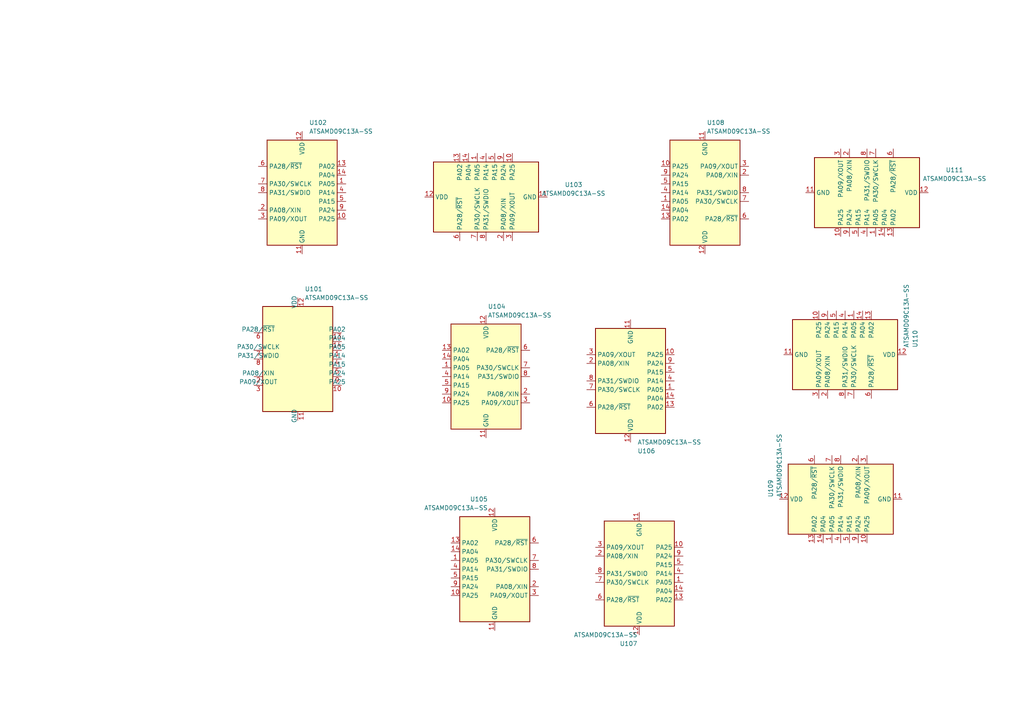
<source format=kicad_sch>
(kicad_sch (version 20211123) (generator eeschema)
  (paper "A4")
  (lib_symbols
    (symbol "ATSAMD09C13A-SS_1" (pin_names (offset 0))
      (property "Reference" "U?" (at 2.0194 20.32 0))
      (property "Value" "ATSAMD09C13A-SS_1" (at 2.0194 17.78 0))
      (symbol "ATSAMD09C13A-SS_1_0_1"
        (rectangle (start -10.16 15.24) (end 10.16 -15.24) (stroke (width 0.254)) (fill (type background)))
      )
      (symbol "ATSAMD09C13A-SS_1_1_1"
        (pin bidirectional line (at 12.7 2.54 180) (length 2.54) (name "PA05") (number "1"))
        (pin bidirectional line (at 12.7 -7.62 180) (length 2.54) (name "PA25") (number "10"))
        (pin power_in line (at 0 -17.78 90) (length 2.54) (name "GND") (number "11"))
        (pin power_in line (at 0 17.78 270) (length 2.54) (name "VDD") (number "12"))
        (pin bidirectional line (at 12.7 7.62 180) (length 2.54) (name "PA02") (number "13"))
        (pin bidirectional line (at 12.7 5.08 180) (length 2.54) (name "PA04") (number "14"))
        (pin bidirectional line (at -12.7 -5.08 0) (length 2.54) (name "PA08/XIN") (number "2"))
        (pin bidirectional line (at -12.7 -7.62 0) (length 2.54) (name "PA09/XOUT") (number "3"))
        (pin bidirectional line (at 12.7 0 180) (length 2.54) (name "PA14") (number "4"))
        (pin bidirectional line (at 12.7 -2.54 180) (length 2.54) (name "PA15") (number "5"))
        (pin bidirectional line (at -12.7 7.62 0) (length 2.54) (name "PA28/~{RST}") (number "6"))
        (pin bidirectional line (at -12.7 2.54 0) (length 2.54) (name "PA30/SWCLK") (number "7"))
        (pin bidirectional line (at -12.7 0 0) (length 2.54) (name "PA31/SWDIO") (number "8"))
        (pin bidirectional line (at 12.7 -5.08 180) (length 2.54) (name "PA24") (number "9"))
      )
    )
    (symbol "MCU_Microchip_SAMD:ATSAMD09C13A-SS"
      (property "Reference" "U" (at -10.16 16.51 0))
      (property "Value" "ATSAMD09C13A-SS" (at 1.27 16.51 0))
      (symbol "ATSAMD09C13A-SS_0_1"
        (rectangle (start -10.16 15.24) (end 10.16 -15.24) (stroke (width 0.254)) (fill (type background)))
      )
      (symbol "ATSAMD09C13A-SS_1_1"
        (pin bidirectional line (at 12.7 2.54 180) (length 2.54) (name "PA05") (number "1"))
        (pin bidirectional line (at 12.7 -7.62 180) (length 2.54) (name "PA25") (number "10"))
        (pin power_in line (at 0 -17.78 90) (length 2.54) (name "GND") (number "11"))
        (pin power_in line (at 0 17.78 270) (length 2.54) (name "VDD") (number "12"))
        (pin bidirectional line (at 12.7 7.62 180) (length 2.54) (name "PA02") (number "13"))
        (pin bidirectional line (at 12.7 5.08 180) (length 2.54) (name "PA04") (number "14"))
        (pin bidirectional line (at -12.7 -5.08 0) (length 2.54) (name "PA08/XIN") (number "2"))
        (pin bidirectional line (at -12.7 -7.62 0) (length 2.54) (name "PA09/XOUT") (number "3"))
        (pin bidirectional line (at 12.7 0 180) (length 2.54) (name "PA14") (number "4"))
        (pin bidirectional line (at 12.7 -2.54 180) (length 2.54) (name "PA15") (number "5"))
        (pin bidirectional line (at -12.7 7.62 0) (length 2.54) (name "PA28/~{RST}") (number "6"))
        (pin bidirectional line (at -12.7 2.54 0) (length 2.54) (name "PA30/SWCLK") (number "7"))
        (pin bidirectional line (at -12.7 0 0) (length 2.54) (name "PA31/SWDIO") (number "8"))
        (pin bidirectional line (at 12.7 -5.08 180) (length 2.54) (name "PA24") (number "9"))
      )
    )
  )
  (symbol (lib_id "MCU_Microchip_SAMD:ATSAMD09C13A-SS") (at 140.97 109.22 0) (mirror y) (unit 1)
    (property "Reference" "U104" (at 141.4906 88.9 0) (effects (justify right)))
    (property "Value" "ATSAMD09C13A-SS" (at 141.4906 91.44 0) (effects (justify right)))
    (property "Footprint" "Package_SO:SOIC-14_3.9x8.7mm_P1.27mm" (effects hide))
    (property "Datasheet" "http://ww1.microchip.com/downloads/en/DeviceDoc/Atmel-42414-SAM-D09_Datasheet.pdf" (effects hide))
  )
  (symbol (lib_id "MCU_Microchip_SAMD:ATSAMD09C13A-SS") (at 87.63 55.88 0) (unit 1)
    (property "Reference" "U102" (at 89.6494 35.56 0) (effects (justify left)))
    (property "Value" "ATSAMD09C13A-SS" (at 89.6494 38.1 0) (effects (justify left)))
    (property "Footprint" "Package_SO:SOIC-14_3.9x8.7mm_P1.27mm" (effects hide))
    (property "Datasheet" "http://ww1.microchip.com/downloads/en/DeviceDoc/Atmel-42414-SAM-D09_Datasheet.pdf" (effects hide))
  )
  (symbol (lib_id "MCU_Microchip_SAMD:ATSAMD09C13A-SS") (at 140.97 57.15 90) (unit 1)
    (property "Reference" "U103" (at 166.37 53.5686 90))
    (property "Value" "ATSAMD09C13A-SS" (at 166.37 56.1086 90))
    (property "Footprint" "Package_SO:SOIC-14_3.9x8.7mm_P1.27mm" (effects hide))
    (property "Datasheet" "http://ww1.microchip.com/downloads/en/DeviceDoc/Atmel-42414-SAM-D09_Datasheet.pdf" (effects hide))
  )
  (symbol (lib_id "MCU_Microchip_SAMD:ATSAMD09C13A-SS") (at 243.84 144.78 90) (mirror x) (unit 1)
    (property "Reference" "U109" (at 223.52 144.2594 0) (effects (justify right)))
    (property "Value" "ATSAMD09C13A-SS" (at 226.06 144.2594 0) (effects (justify right)))
    (property "Footprint" "Package_SO:SOIC-14_3.9x8.7mm_P1.27mm" (effects hide))
    (property "Datasheet" "http://ww1.microchip.com/downloads/en/DeviceDoc/Atmel-42414-SAM-D09_Datasheet.pdf" (effects hide))
  )
  (symbol (lib_id "MCU_Microchip_SAMD:ATSAMD09C13A-SS") (at 245.11 102.87 270) (mirror x) (unit 1)
    (property "Reference" "U110" (at 265.43 100.8506 0) (effects (justify left)))
    (property "Value" "ATSAMD09C13A-SS" (at 262.89 100.8506 0) (effects (justify left)))
    (property "Footprint" "Package_SO:SOIC-14_3.9x8.7mm_P1.27mm" (effects hide))
    (property "Datasheet" "http://ww1.microchip.com/downloads/en/DeviceDoc/Atmel-42414-SAM-D09_Datasheet.pdf" (effects hide))
  )
  (symbol (lib_id "MCU_Microchip_SAMD:ATSAMD09C13A-SS") (at 204.47 55.88 180) (unit 1)
    (property "Reference" "U108" (at 204.9906 35.56 0) (effects (justify right)))
    (property "Value" "ATSAMD09C13A-SS" (at 204.9906 38.1 0) (effects (justify right)))
    (property "Footprint" "Package_SO:SOIC-14_3.9x8.7mm_P1.27mm" (effects hide))
    (property "Datasheet" "http://ww1.microchip.com/downloads/en/DeviceDoc/Atmel-42414-SAM-D09_Datasheet.pdf" (effects hide))
  )
  (symbol (lib_name "ATSAMD09C13A-SS_1") (lib_id "MCU_Microchip_SAMD:ATSAMD09C13A-SS") (at 86.36 104.14 0) (unit 1)
    (property "Reference" "U101" (at 88.3794 83.82 0) (effects (justify left)))
    (property "Value" "ATSAMD09C13A-SS" (at 88.3794 86.36 0) (effects (justify left)))
    (property "Footprint" "Package_SO:SOIC-14_3.9x8.7mm_P1.27mm" (effects hide))
    (property "Datasheet" "http://ww1.microchip.com/downloads/en/DeviceDoc/Atmel-42414-SAM-D09_Datasheet.pdf" (effects hide))
  )
  (symbol (lib_id "MCU_Microchip_SAMD:ATSAMD09C13A-SS") (at 182.88 110.49 0) (mirror x) (unit 1)
    (property "Reference" "U106" (at 184.8994 130.81 0) (effects (justify left)))
    (property "Value" "ATSAMD09C13A-SS" (at 184.8994 128.27 0) (effects (justify left)))
    (property "Footprint" "Package_SO:SOIC-14_3.9x8.7mm_P1.27mm" (effects hide))
    (property "Datasheet" "http://ww1.microchip.com/downloads/en/DeviceDoc/Atmel-42414-SAM-D09_Datasheet.pdf" (effects hide))
  )
  (symbol (lib_id "MCU_Microchip_SAMD:ATSAMD09C13A-SS") (at 185.42 166.37 0) (mirror x) (unit 1)
    (property "Reference" "U107" (at 184.8994 186.69 0) (effects (justify right)))
    (property "Value" "ATSAMD09C13A-SS" (at 184.8994 184.15 0) (effects (justify right)))
    (property "Footprint" "Package_SO:SOIC-14_3.9x8.7mm_P1.27mm" (effects hide))
    (property "Datasheet" "http://ww1.microchip.com/downloads/en/DeviceDoc/Atmel-42414-SAM-D09_Datasheet.pdf" (effects hide))
  )
  (symbol (lib_id "MCU_Microchip_SAMD:ATSAMD09C13A-SS") (at 143.51 165.1 0) (mirror y) (unit 1)
    (property "Reference" "U105" (at 141.4906 144.78 0) (effects (justify left)))
    (property "Value" "ATSAMD09C13A-SS" (at 141.4906 147.32 0) (effects (justify left)))
    (property "Footprint" "Package_SO:SOIC-14_3.9x8.7mm_P1.27mm" (effects hide))
    (property "Datasheet" "http://ww1.microchip.com/downloads/en/DeviceDoc/Atmel-42414-SAM-D09_Datasheet.pdf" (effects hide))
  )
  (symbol (lib_id "MCU_Microchip_SAMD:ATSAMD09C13A-SS") (at 251.46 55.88 270) (unit 1)
    (property "Reference" "U111" (at 276.86 49.3012 90))
    (property "Value" "ATSAMD09C13A-SS" (at 276.86 51.8412 90))
    (property "Footprint" "Package_SO:SOIC-14_3.9x8.7mm_P1.27mm" (effects hide))
    (property "Datasheet" "http://ww1.microchip.com/downloads/en/DeviceDoc/Atmel-42414-SAM-D09_Datasheet.pdf" (effects hide))
  )
)
</source>
